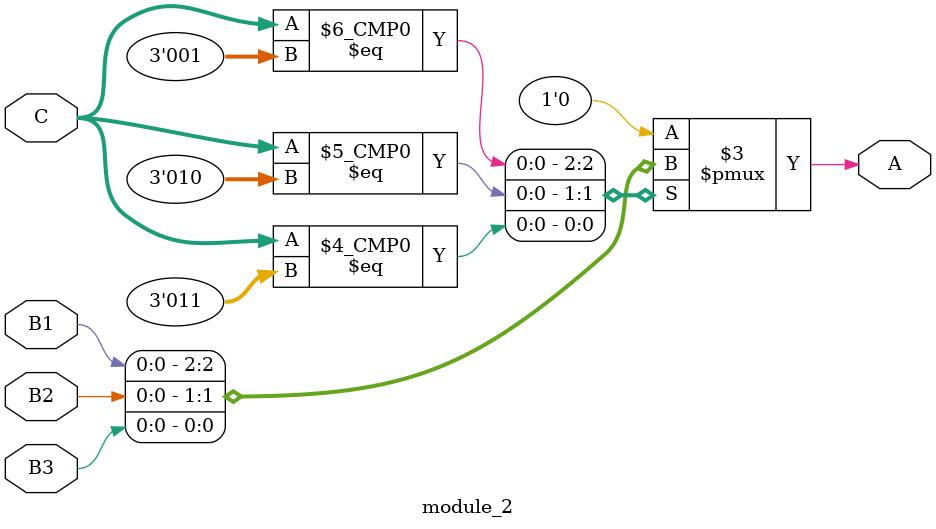
<source format=v>
module module_2
    (output reg A,
    input wire B1, B2, B3, 
    input wire [2:0] C);

    always @ (B1, B2, B3, C) 
        begin
            case ( {C} )
                1 : A = B1;
                2 : A = B2;
                3 : A = B3;
                default : A = 1'b0;
            endcase
        end

endmodule
</source>
